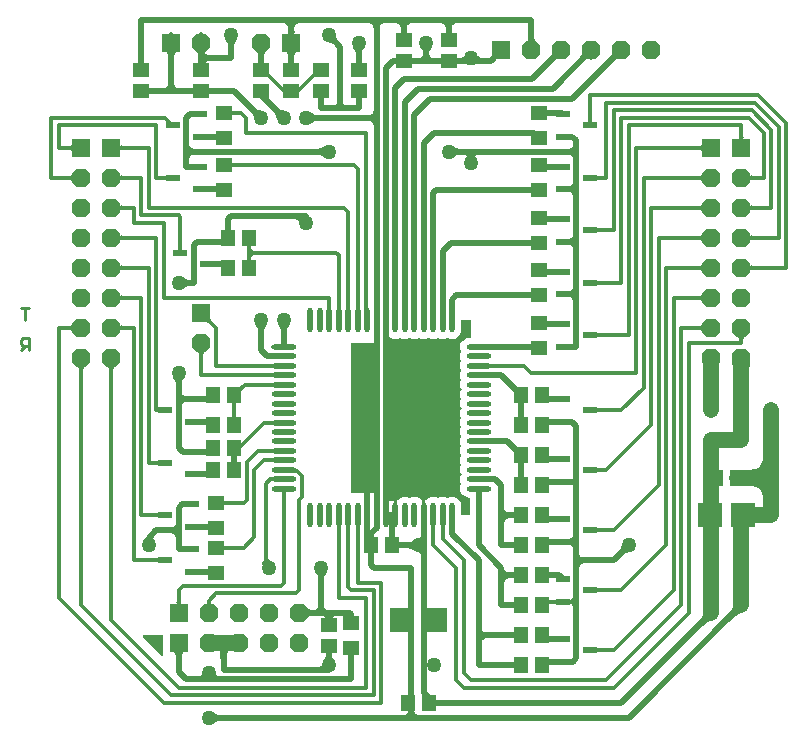
<source format=gtl>
G04 Layer_Physical_Order=1*
G04 Layer_Color=255*
%FSLAX25Y25*%
%MOIN*%
G70*
G01*
G75*
%ADD10R,0.05512X0.04724*%
%ADD11R,0.04528X0.02362*%
%ADD12R,0.04724X0.05512*%
%ADD13O,0.08268X0.01925*%
%ADD14O,0.01925X0.08268*%
%ADD15R,0.08000X0.08000*%
%ADD16C,0.01900*%
%ADD17C,0.01300*%
%ADD18C,0.05200*%
%ADD19C,0.01000*%
%ADD20P,0.06819X8X202.5*%
%ADD21R,0.06300X0.06300*%
%ADD22P,0.06819X8X292.5*%
%ADD23R,0.06300X0.06300*%
%ADD24C,0.05000*%
G36*
X106598Y140553D02*
X106462Y140383D01*
X106342Y140203D01*
X106238Y140014D01*
X106150Y139816D01*
X106078Y139609D01*
X106022Y139392D01*
X105982Y139166D01*
X105958Y138932D01*
X105950Y138688D01*
X104050D01*
X104042Y138932D01*
X104018Y139166D01*
X103978Y139392D01*
X103922Y139609D01*
X103850Y139816D01*
X103762Y140014D01*
X103658Y140203D01*
X103538Y140383D01*
X103402Y140553D01*
X103250Y140715D01*
X106750D01*
X106598Y140553D01*
D02*
G37*
G36*
X105969Y136229D02*
X106026Y135906D01*
X106121Y135621D01*
X106254Y135374D01*
X106425Y135165D01*
X106634Y134994D01*
X106881Y134861D01*
X107166Y134766D01*
X107489Y134709D01*
X107850Y134690D01*
Y132790D01*
X107489Y132771D01*
X107166Y132714D01*
X106881Y132619D01*
X106634Y132486D01*
X106425Y132315D01*
X106254Y132106D01*
X106121Y131859D01*
X106026Y131574D01*
X105969Y131251D01*
X105950Y130890D01*
X104050Y133740D01*
X105950Y136590D01*
X105969Y136229D01*
D02*
G37*
G36*
X124150Y118238D02*
X124197Y118219D01*
X124255Y118203D01*
X124326Y118189D01*
X124408Y118177D01*
X124609Y118160D01*
X125000Y118150D01*
Y116850D01*
X124858Y116849D01*
X124326Y116811D01*
X124255Y116797D01*
X124197Y116780D01*
X124150Y116762D01*
X124115Y116742D01*
Y118259D01*
X124150Y118238D01*
D02*
G37*
G36*
X83676Y144361D02*
X83566Y144322D01*
X83469Y144256D01*
X83384Y144164D01*
X83312Y144046D01*
X83254Y143902D01*
X83209Y143731D01*
X83176Y143534D01*
X83157Y143311D01*
X83150Y143062D01*
X81850D01*
X81844Y143311D01*
X81824Y143534D01*
X81792Y143731D01*
X81746Y143902D01*
X81687Y144046D01*
X81616Y144164D01*
X81532Y144256D01*
X81434Y144322D01*
X81323Y144361D01*
X81200Y144374D01*
X83800D01*
X83676Y144361D01*
D02*
G37*
G36*
X73677D02*
X73566Y144322D01*
X73469Y144256D01*
X73384Y144164D01*
X73312Y144046D01*
X73254Y143902D01*
X73208Y143731D01*
X73176Y143534D01*
X73156Y143311D01*
X73150Y143062D01*
X71850D01*
X71843Y143311D01*
X71824Y143534D01*
X71791Y143731D01*
X71746Y143902D01*
X71688Y144046D01*
X71616Y144164D01*
X71531Y144256D01*
X71434Y144322D01*
X71324Y144361D01*
X71200Y144374D01*
X73800D01*
X73677Y144361D01*
D02*
G37*
G36*
X295536Y145777D02*
X295444Y145529D01*
X295364Y145189D01*
X295294Y144755D01*
X295186Y143607D01*
X295105Y141186D01*
X295100Y140193D01*
X289900D01*
X289895Y141186D01*
X289636Y145189D01*
X289556Y145529D01*
X289464Y145777D01*
X289362Y145931D01*
X295638D01*
X295536Y145777D01*
D02*
G37*
G36*
X105950Y90000D02*
X104050Y87150D01*
X104031Y87511D01*
X103974Y87834D01*
X103879Y88119D01*
X103746Y88366D01*
X103575Y88575D01*
X103366Y88746D01*
X103119Y88879D01*
X102834Y88974D01*
X102511Y89031D01*
X102150Y89050D01*
Y90950D01*
X102511Y90969D01*
X102834Y91026D01*
X103119Y91121D01*
X103366Y91254D01*
X103575Y91425D01*
X103746Y91634D01*
X103879Y91881D01*
X103974Y92166D01*
X104031Y92489D01*
X104050Y92850D01*
X105950Y90000D01*
D02*
G37*
G36*
X97153Y88309D02*
X96974Y88120D01*
X96827Y87938D01*
X96710Y87765D01*
X96623Y87600D01*
X96568Y87444D01*
X96543Y87296D01*
X96548Y87156D01*
X96585Y87024D01*
X96652Y86901D01*
X96750Y86785D01*
X93521Y87016D01*
X95389Y89232D01*
X97153Y88309D01*
D02*
G37*
G36*
X187623Y88358D02*
X187457Y85461D01*
X184895Y87498D01*
X185052Y87518D01*
X185193Y87565D01*
X185317Y87638D01*
X185425Y87738D01*
X185516Y87864D01*
X185591Y88017D01*
X185649Y88196D01*
X185690Y88402D01*
X185715Y88634D01*
X185723Y88893D01*
X187623Y88358D01*
D02*
G37*
G36*
X305100Y107500D02*
Y102300D01*
X299900Y99700D01*
Y99700D01*
X299848Y100688D01*
X299692Y101572D01*
X299432Y102352D01*
X299068Y103028D01*
X298600Y103600D01*
X298028Y104068D01*
X297352Y104432D01*
X296572Y104692D01*
X295688Y104848D01*
X294700Y104900D01*
Y110100D01*
X295688Y110152D01*
X296572Y110308D01*
X296832Y110395D01*
X297352Y110568D01*
X298028Y110932D01*
X298600Y111400D01*
X299068Y111972D01*
X299432Y112648D01*
X299692Y113428D01*
X299848Y114312D01*
X299900Y115300D01*
X299900Y115300D01*
Y115300D01*
X305100Y107500D01*
D02*
G37*
G36*
X170925Y102500D02*
X162500D01*
Y152500D01*
X170925D01*
Y102500D01*
D02*
G37*
G36*
X213469Y97489D02*
X213526Y97166D01*
X213621Y96881D01*
X213754Y96634D01*
X213925Y96425D01*
X214134Y96254D01*
X214381Y96121D01*
X214666Y96026D01*
X214989Y95969D01*
X215350Y95950D01*
Y94050D01*
X215350D01*
Y94050D01*
X214989Y94031D01*
X214666Y93974D01*
X214381Y93879D01*
X214134Y93746D01*
X213925Y93575D01*
X213754Y93366D01*
X213621Y93119D01*
X213526Y92834D01*
X213469Y92511D01*
X213450Y92150D01*
X213450Y92150D01*
Y92150D01*
X211550Y95000D01*
X213450Y97850D01*
Y97850D01*
X213450Y97850D01*
X213469Y97489D01*
D02*
G37*
G36*
X279374Y156200D02*
X279361Y156324D01*
X279322Y156434D01*
X279256Y156532D01*
X279164Y156616D01*
X279046Y156687D01*
X278902Y156746D01*
X278731Y156791D01*
X278534Y156824D01*
X278311Y156843D01*
X278062Y156850D01*
Y158150D01*
X278311Y158157D01*
X278534Y158176D01*
X278731Y158209D01*
X278902Y158254D01*
X279046Y158312D01*
X279164Y158384D01*
X279256Y158468D01*
X279322Y158566D01*
X279361Y158677D01*
X279374Y158800D01*
Y156200D01*
D02*
G37*
G36*
X85651Y158677D02*
X85690Y158566D01*
X85755Y158468D01*
X85846Y158384D01*
X85963Y158312D01*
X86106Y158254D01*
X86275Y158209D01*
X86470Y158176D01*
X86691Y158157D01*
X86938Y158150D01*
Y156850D01*
X86691Y156843D01*
X86470Y156824D01*
X86275Y156791D01*
X86106Y156746D01*
X85963Y156687D01*
X85846Y156616D01*
X85755Y156532D01*
X85690Y156434D01*
X85651Y156324D01*
X85638Y156200D01*
Y158800D01*
X85651Y158677D01*
D02*
G37*
G36*
X69374Y156200D02*
X69361Y156324D01*
X69322Y156434D01*
X69256Y156532D01*
X69164Y156616D01*
X69046Y156687D01*
X68902Y156746D01*
X68731Y156791D01*
X68534Y156824D01*
X68311Y156843D01*
X68062Y156850D01*
Y158150D01*
X68311Y158157D01*
X68534Y158176D01*
X68731Y158209D01*
X68902Y158254D01*
X69046Y158312D01*
X69164Y158384D01*
X69256Y158468D01*
X69322Y158566D01*
X69361Y158677D01*
X69374Y158800D01*
Y156200D01*
D02*
G37*
G36*
X85651Y168676D02*
X85690Y168566D01*
X85755Y168468D01*
X85846Y168384D01*
X85963Y168313D01*
X86106Y168254D01*
X86275Y168209D01*
X86470Y168176D01*
X86691Y168157D01*
X86938Y168150D01*
Y166850D01*
X86691Y166843D01*
X86470Y166824D01*
X86275Y166791D01*
X86106Y166746D01*
X85963Y166688D01*
X85846Y166616D01*
X85755Y166532D01*
X85690Y166434D01*
X85651Y166323D01*
X85638Y166200D01*
Y168800D01*
X85651Y168676D01*
D02*
G37*
G36*
X238450Y168760D02*
X236550Y165910D01*
X236531Y166271D01*
X236474Y166594D01*
X236379Y166879D01*
X236246Y167126D01*
X236075Y167335D01*
X235866Y167506D01*
X235619Y167639D01*
X235334Y167734D01*
X235011Y167791D01*
X234650Y167810D01*
Y169710D01*
X235011Y169729D01*
X235334Y169786D01*
X235619Y169881D01*
X235866Y170014D01*
X236075Y170185D01*
X236246Y170394D01*
X236379Y170641D01*
X236474Y170926D01*
X236531Y171249D01*
X236550Y171610D01*
X238450Y168760D01*
D02*
G37*
G36*
X115565Y161099D02*
X115528Y160980D01*
Y160842D01*
X115565Y160686D01*
X115638Y160511D01*
X115748Y160318D01*
X115895Y160107D01*
X116079Y159877D01*
X116557Y159362D01*
X115638Y158443D01*
X115371Y158700D01*
X114893Y159105D01*
X114682Y159252D01*
X114489Y159362D01*
X114314Y159435D01*
X114158Y159472D01*
X114020D01*
X113901Y159435D01*
X113800Y159362D01*
X115638Y161200D01*
X115565Y161099D01*
D02*
G37*
G36*
X293676Y154361D02*
X293566Y154322D01*
X293468Y154256D01*
X293384Y154164D01*
X293313Y154046D01*
X293254Y153902D01*
X293209Y153731D01*
X293176Y153534D01*
X293157Y153311D01*
X293150Y153062D01*
X291850D01*
X291844Y153311D01*
X291824Y153534D01*
X291792Y153731D01*
X291746Y153902D01*
X291687Y154046D01*
X291616Y154164D01*
X291531Y154256D01*
X291434Y154322D01*
X291323Y154361D01*
X291200Y154374D01*
X293800D01*
X293676Y154361D01*
D02*
G37*
G36*
X139348Y150450D02*
X139325Y150454D01*
X139264Y150458D01*
X137788Y150472D01*
X137427Y150472D01*
Y151772D01*
X139348Y151794D01*
Y150450D01*
D02*
G37*
G36*
X113677Y149361D02*
X113566Y149321D01*
X113469Y149256D01*
X113384Y149164D01*
X113312Y149046D01*
X113254Y148902D01*
X113208Y148731D01*
X113176Y148534D01*
X113156Y148311D01*
X113150Y148062D01*
X111850D01*
X111844Y148311D01*
X111824Y148534D01*
X111792Y148731D01*
X111746Y148902D01*
X111688Y149046D01*
X111616Y149164D01*
X111531Y149256D01*
X111434Y149321D01*
X111323Y149361D01*
X111200Y149374D01*
X113800D01*
X113677Y149361D01*
D02*
G37*
G36*
X134098Y158053D02*
X133962Y157883D01*
X133842Y157703D01*
X133738Y157514D01*
X133650Y157316D01*
X133578Y157108D01*
X133522Y156892D01*
X133482Y156666D01*
X133458Y156431D01*
X133450Y156187D01*
X131550D01*
X131542Y156431D01*
X131518Y156666D01*
X131478Y156892D01*
X131422Y157108D01*
X131350Y157316D01*
X131262Y157514D01*
X131158Y157703D01*
X131038Y157883D01*
X130902Y158053D01*
X130750Y158215D01*
X134250D01*
X134098Y158053D01*
D02*
G37*
G36*
X141613Y158066D02*
X141478Y157894D01*
X141359Y157713D01*
X141256Y157524D01*
X141168Y157325D01*
X141097Y157117D01*
X141041Y156900D01*
X141001Y156674D01*
X140978Y156440D01*
X140970Y156196D01*
X139070Y156179D01*
X139062Y156424D01*
X139038Y156658D01*
X138997Y156884D01*
X138941Y157100D01*
X138868Y157307D01*
X138780Y157504D01*
X138675Y157693D01*
X138554Y157871D01*
X138417Y158041D01*
X138264Y158201D01*
X141764Y158229D01*
X141613Y158066D01*
D02*
G37*
G36*
X202500Y154110D02*
X201809D01*
X201036Y154008D01*
X200315Y153710D01*
X199696Y153235D01*
X199221Y152616D01*
X198923Y151895D01*
X198821Y151122D01*
X198923Y150349D01*
X199221Y149628D01*
X199283Y149547D01*
X199221Y149467D01*
X198923Y148746D01*
X198821Y147972D01*
X198923Y147199D01*
X199221Y146478D01*
X199283Y146398D01*
X199221Y146317D01*
X198923Y145596D01*
X198821Y144823D01*
X198923Y144049D01*
X199221Y143329D01*
X199283Y143248D01*
X199221Y143167D01*
X198923Y142447D01*
X198821Y141673D01*
X198923Y140900D01*
X199221Y140179D01*
X199283Y140098D01*
X199221Y140018D01*
X198923Y139297D01*
X198821Y138524D01*
X198923Y137750D01*
X199221Y137030D01*
X199283Y136949D01*
X199221Y136868D01*
X198923Y136147D01*
X198821Y135374D01*
X198923Y134601D01*
X199221Y133880D01*
X199283Y133799D01*
X199221Y133719D01*
X198923Y132998D01*
X198821Y132224D01*
X198923Y131451D01*
X199221Y130730D01*
X199283Y130650D01*
X199221Y130569D01*
X198923Y129848D01*
X198821Y129075D01*
X198923Y128301D01*
X199221Y127581D01*
X199283Y127500D01*
X199221Y127419D01*
X198923Y126699D01*
X198821Y125925D01*
X198923Y125152D01*
X199221Y124431D01*
X199283Y124350D01*
X199221Y124270D01*
X198923Y123549D01*
X198821Y122776D01*
X198923Y122002D01*
X199221Y121282D01*
X199283Y121201D01*
X199221Y121120D01*
X198923Y120399D01*
X198821Y119626D01*
X198923Y118853D01*
X199221Y118132D01*
X199283Y118051D01*
X199221Y117971D01*
X198923Y117250D01*
X198821Y116476D01*
X198923Y115703D01*
X199221Y114982D01*
X199283Y114902D01*
X199221Y114821D01*
X198923Y114100D01*
X198821Y113327D01*
X198923Y112553D01*
X199221Y111833D01*
X199283Y111752D01*
X199221Y111671D01*
X198923Y110951D01*
X198821Y110177D01*
X198923Y109404D01*
X199221Y108683D01*
X199283Y108602D01*
X199221Y108522D01*
X198923Y107801D01*
X198821Y107028D01*
X198923Y106254D01*
X199221Y105534D01*
X199283Y105453D01*
X199221Y105372D01*
X198923Y104651D01*
X198821Y103878D01*
X198923Y103105D01*
X199221Y102384D01*
X199696Y101765D01*
X200315Y101290D01*
X201036Y100992D01*
X201809Y100890D01*
X202005D01*
Y95000D01*
X199110D01*
Y98191D01*
X199008Y98964D01*
X198710Y99685D01*
X198235Y100304D01*
X197616Y100779D01*
X196895Y101077D01*
X196122Y101179D01*
X195349Y101077D01*
X194628Y100779D01*
X194547Y100717D01*
X194466Y100779D01*
X193746Y101077D01*
X192972Y101179D01*
X192199Y101077D01*
X191478Y100779D01*
X191398Y100717D01*
X191317Y100779D01*
X190596Y101077D01*
X189823Y101179D01*
X189049Y101077D01*
X188329Y100779D01*
X187710Y100304D01*
X187484Y100010D01*
X187439Y100040D01*
X187173Y100092D01*
Y99536D01*
X186936Y98964D01*
X186835Y98191D01*
Y95020D01*
X186512D01*
Y98191D01*
X186410Y98964D01*
X186173Y99536D01*
Y100092D01*
X185907Y100040D01*
X185862Y100010D01*
X185637Y100304D01*
X185018Y100779D01*
X184297Y101077D01*
X183524Y101179D01*
X182750Y101077D01*
X182029Y100779D01*
X181949Y100717D01*
X181868Y100779D01*
X181147Y101077D01*
X180374Y101179D01*
X179601Y101077D01*
X178880Y100779D01*
X178261Y100304D01*
X178035Y100010D01*
X177990Y100040D01*
X177724Y100092D01*
Y99536D01*
X177488Y98964D01*
X177386Y98191D01*
Y95020D01*
X176724D01*
Y100092D01*
X176459Y100040D01*
X176004Y99736D01*
X175650Y99646D01*
X175295Y99736D01*
X174841Y100040D01*
X174075Y100192D01*
X173901Y100335D01*
Y154665D01*
X174075Y154808D01*
X174841Y154960D01*
X174886Y154990D01*
X175111Y154696D01*
X175730Y154221D01*
X176451Y153923D01*
X177224Y153821D01*
X177998Y153923D01*
X178718Y154221D01*
X178799Y154283D01*
X178880Y154221D01*
X179601Y153923D01*
X180374Y153821D01*
X181147Y153923D01*
X181868Y154221D01*
X181949Y154283D01*
X182029Y154221D01*
X182750Y153923D01*
X183524Y153821D01*
X184297Y153923D01*
X185018Y154221D01*
X185098Y154283D01*
X185179Y154221D01*
X185900Y153923D01*
X186673Y153821D01*
X187447Y153923D01*
X188167Y154221D01*
X188248Y154283D01*
X188329Y154221D01*
X189049Y153923D01*
X189823Y153821D01*
X190596Y153923D01*
X191317Y154221D01*
X191398Y154283D01*
X191478Y154221D01*
X192199Y153923D01*
X192972Y153821D01*
X193746Y153923D01*
X194466Y154221D01*
X194547Y154283D01*
X194628Y154221D01*
X195349Y153923D01*
X196122Y153821D01*
X196895Y153923D01*
X197616Y154221D01*
X198235Y154696D01*
X198710Y155315D01*
X199008Y156036D01*
X199110Y156809D01*
Y160000D01*
X202500D01*
Y154110D01*
D02*
G37*
G36*
X227433Y85319D02*
X227392Y85307D01*
X227339Y85280D01*
X227275Y85238D01*
X227200Y85183D01*
X227014Y85027D01*
X226648Y84684D01*
X226503Y84540D01*
X225584Y85460D01*
X225727Y85605D01*
X226282Y86232D01*
X226323Y86296D01*
X226350Y86348D01*
X226362Y86389D01*
X227433Y85319D01*
D02*
G37*
G36*
X99850Y48303D02*
X99388Y48112D01*
X92962Y54538D01*
X93153Y55000D01*
X99850D01*
Y48303D01*
D02*
G37*
G36*
X106720Y49343D02*
X106558Y49286D01*
X106415Y49191D01*
X106292Y49058D01*
X106187Y48887D01*
X106102Y48678D01*
X106035Y48431D01*
X105988Y48146D01*
X105959Y47823D01*
X105950Y47462D01*
X104050D01*
X104041Y47823D01*
X104012Y48146D01*
X103964Y48431D01*
X103898Y48678D01*
X103813Y48887D01*
X103708Y49058D01*
X103585Y49191D01*
X103442Y49286D01*
X103280Y49343D01*
X103100Y49362D01*
X106900D01*
X106720Y49343D01*
D02*
G37*
G36*
X155950Y48812D02*
X155958Y48568D01*
X155982Y48334D01*
X156022Y48108D01*
X156078Y47892D01*
X156150Y47684D01*
X156238Y47486D01*
X156342Y47297D01*
X156462Y47117D01*
X156598Y46947D01*
X156750Y46785D01*
X153250Y46785D01*
X153402Y46947D01*
X153538Y47117D01*
X153658Y47297D01*
X153762Y47486D01*
X153850Y47684D01*
X153922Y47892D01*
X153978Y48108D01*
X154018Y48334D01*
X154042Y48568D01*
X154050Y48812D01*
X155950Y48812D01*
D02*
G37*
G36*
X292502Y62400D02*
X292228Y62365D01*
X291910Y62261D01*
X291548Y62088D01*
X291142Y61846D01*
X290693Y61535D01*
X289661Y60704D01*
X288453Y59597D01*
X287783Y58940D01*
X286440Y60283D01*
X287097Y60953D01*
X289035Y63193D01*
X289346Y63642D01*
X289588Y64048D01*
X289761Y64410D01*
X289865Y64728D01*
X289900Y65002D01*
X292502Y62400D01*
D02*
G37*
G36*
X205969Y57489D02*
X206026Y57166D01*
X206121Y56881D01*
X206254Y56634D01*
X206425Y56425D01*
X206634Y56254D01*
X206881Y56121D01*
X207166Y56026D01*
X207489Y55969D01*
X207850Y55950D01*
Y54050D01*
X207850D01*
Y54050D01*
X207489Y54031D01*
X207166Y53974D01*
X206881Y53879D01*
X206634Y53746D01*
X206425Y53575D01*
X206254Y53366D01*
X206121Y53119D01*
X206026Y52834D01*
X205969Y52511D01*
X205950Y52150D01*
X205950Y52150D01*
Y52150D01*
X204050Y55000D01*
X205950Y57850D01*
Y57850D01*
X205950Y57850D01*
X205969Y57489D01*
D02*
G37*
G36*
X282502Y59900D02*
X282228Y59865D01*
X281910Y59761D01*
X281548Y59588D01*
X281142Y59346D01*
X280693Y59035D01*
X279661Y58204D01*
X278453Y57097D01*
X277783Y56440D01*
X276440Y57783D01*
X277097Y58453D01*
X279035Y60693D01*
X279346Y61142D01*
X279588Y61548D01*
X279761Y61910D01*
X279865Y62228D01*
X279900Y62502D01*
X282502Y59900D01*
D02*
G37*
G36*
X114925Y40001D02*
X115000Y39983D01*
X112313Y39350D01*
X111335Y41250D01*
X112612Y41760D01*
X114925Y40001D01*
D02*
G37*
G36*
X183469Y29989D02*
X183526Y29666D01*
X183621Y29381D01*
X183754Y29134D01*
X183925Y28925D01*
X184134Y28754D01*
X184381Y28621D01*
X184666Y28526D01*
X184989Y28469D01*
X185350Y28450D01*
X182500Y26550D01*
X179650Y28450D01*
X180011Y28469D01*
X180334Y28526D01*
X180619Y28621D01*
X180866Y28754D01*
X181075Y28925D01*
X181246Y29134D01*
X181379Y29381D01*
X181474Y29666D01*
X181531Y29989D01*
X181550Y30350D01*
X183450D01*
X183469Y29989D01*
D02*
G37*
G36*
X116947Y29098D02*
X117117Y28962D01*
X117297Y28842D01*
X117486Y28738D01*
X117684Y28650D01*
X117892Y28578D01*
X118108Y28522D01*
X118334Y28482D01*
X118569Y28458D01*
X118813Y28450D01*
Y26550D01*
X118569Y26542D01*
X118334Y26518D01*
X118108Y26478D01*
X117892Y26422D01*
X117684Y26350D01*
X117486Y26262D01*
X117297Y26158D01*
X117117Y26038D01*
X116947Y25902D01*
X116785Y25750D01*
Y29250D01*
X116947Y29098D01*
D02*
G37*
G36*
X121671Y50445D02*
X121519Y50146D01*
X121386Y49768D01*
X121270Y49310D01*
X121172Y48772D01*
X121030Y47455D01*
X120959Y45818D01*
X120950Y44880D01*
X119050D01*
X119041Y45818D01*
X118828Y48772D01*
X118730Y49310D01*
X118614Y49768D01*
X118481Y50146D01*
X118329Y50445D01*
X118160Y50663D01*
X121840D01*
X121671Y50445D01*
D02*
G37*
G36*
X154480Y42555D02*
X151579Y42450D01*
X151086Y44350D01*
X151344Y44359D01*
X151576Y44384D01*
X151782Y44427D01*
X151963Y44486D01*
X152118Y44563D01*
X152248Y44657D01*
X152351Y44767D01*
X152429Y44895D01*
X152481Y45040D01*
X152508Y45202D01*
X154480Y42555D01*
D02*
G37*
G36*
X118665Y41250D02*
X117687Y39350D01*
X115000Y39983D01*
X115075Y40001D01*
X117388Y41760D01*
X118665Y41250D01*
D02*
G37*
G36*
X187623Y81643D02*
X185723Y81107D01*
X185715Y81366D01*
X185690Y81598D01*
X185649Y81804D01*
X185591Y81983D01*
X185516Y82136D01*
X185425Y82262D01*
X185317Y82362D01*
X185193Y82435D01*
X185052Y82482D01*
X184895Y82502D01*
X187457Y84539D01*
X187623Y81643D01*
D02*
G37*
G36*
X134698Y81254D02*
X134735Y81042D01*
X134798Y80842D01*
X134884Y80656D01*
X134996Y80484D01*
X135132Y80325D01*
X135293Y80179D01*
X135480Y80047D01*
X135690Y79928D01*
X135926Y79822D01*
X132697Y78472D01*
X132828Y78790D01*
X133214Y79897D01*
X133276Y80133D01*
X133358Y80554D01*
X133379Y80740D01*
X133386Y80909D01*
X134686Y81480D01*
X134698Y81254D01*
D02*
G37*
G36*
X238454Y82489D02*
X238511Y82166D01*
X238606Y81881D01*
X238739Y81634D01*
X238910Y81425D01*
X239119Y81254D01*
X239366Y81121D01*
X239651Y81026D01*
X239974Y80969D01*
X240335Y80950D01*
Y79050D01*
X239974Y79031D01*
X239651Y78974D01*
X239366Y78879D01*
X239119Y78746D01*
X238910Y78575D01*
X238739Y78366D01*
X238606Y78119D01*
X238511Y77834D01*
X238454Y77511D01*
X238435Y77150D01*
X236535Y80000D01*
X238435Y82850D01*
X238454Y82489D01*
D02*
G37*
G36*
X238435Y86260D02*
X236535Y83410D01*
X236516Y83771D01*
X236459Y84094D01*
X236364Y84379D01*
X236231Y84626D01*
X236060Y84835D01*
X235851Y85006D01*
X235604Y85139D01*
X235319Y85234D01*
X234996Y85291D01*
X234635Y85310D01*
Y87210D01*
X234996Y87229D01*
X235319Y87286D01*
X235604Y87381D01*
X235851Y87514D01*
X236060Y87685D01*
X236231Y87894D01*
X236364Y88141D01*
X236459Y88426D01*
X236516Y88749D01*
X236535Y89110D01*
X238435Y86260D01*
D02*
G37*
G36*
X183215Y83250D02*
X183053Y83402D01*
X182883Y83538D01*
X182703Y83658D01*
X182514Y83762D01*
X182316Y83850D01*
X182108Y83922D01*
X181892Y83978D01*
X181666Y84018D01*
X181431Y84042D01*
X181187Y84050D01*
X181187Y85950D01*
X181431Y85958D01*
X181666Y85982D01*
X181892Y86022D01*
X182108Y86078D01*
X182316Y86150D01*
X182514Y86238D01*
X182703Y86342D01*
X182883Y86462D01*
X183053Y86598D01*
X183215Y86750D01*
X183215Y83250D01*
D02*
G37*
G36*
X254975Y82500D02*
X254753Y82494D01*
X254537Y82469D01*
X254325Y82427D01*
X254117Y82367D01*
X253915Y82289D01*
X253718Y82193D01*
X253525Y82080D01*
X253337Y81948D01*
X253154Y81799D01*
X252976Y81632D01*
X251632Y82976D01*
X251799Y83154D01*
X251948Y83337D01*
X252080Y83525D01*
X252193Y83718D01*
X252289Y83915D01*
X252367Y84118D01*
X252427Y84325D01*
X252469Y84537D01*
X252494Y84753D01*
X252500Y84975D01*
X254975Y82500D01*
D02*
G37*
G36*
X105657Y66689D02*
X105676Y66466D01*
X105709Y66269D01*
X105754Y66098D01*
X105813Y65954D01*
X105884Y65836D01*
X105968Y65744D01*
X106066Y65679D01*
X106176Y65639D01*
X106300Y65626D01*
X103700D01*
X103823Y65639D01*
X103934Y65679D01*
X104032Y65744D01*
X104116Y65836D01*
X104188Y65954D01*
X104246Y66098D01*
X104291Y66269D01*
X104324Y66466D01*
X104343Y66689D01*
X104350Y66938D01*
X105650D01*
X105657Y66689D01*
D02*
G37*
G36*
X238435Y66260D02*
X236535Y63710D01*
X236522Y64071D01*
X236483Y64394D01*
X236418Y64679D01*
X236327Y64926D01*
X236210Y65135D01*
X236067Y65306D01*
X235898Y65439D01*
X235703Y65534D01*
X235482Y65591D01*
X235237Y65610D01*
X234892Y65610D01*
Y66910D01*
X235295Y66914D01*
X235482Y66929D01*
X235703Y66986D01*
X235898Y67081D01*
X236067Y67214D01*
X236210Y67385D01*
X236327Y67594D01*
X236418Y67841D01*
X236483Y68126D01*
X236522Y68449D01*
X236535Y68810D01*
X238435Y66260D01*
D02*
G37*
G36*
X153465Y64989D02*
X153512Y64666D01*
X153589Y64381D01*
X153698Y64134D01*
X153838Y63925D01*
X154008Y63754D01*
X154209Y63621D01*
X154442Y63526D01*
X154706Y63469D01*
X155000Y63450D01*
X157850Y61550D01*
X157489Y61531D01*
X157166Y61474D01*
X156881Y61379D01*
X156634Y61246D01*
X156425Y61075D01*
X156254Y60866D01*
X156121Y60619D01*
X156026Y60334D01*
X155969Y60011D01*
X155950Y59650D01*
X154050D01*
X154034Y60011D01*
X153988Y60334D01*
X153911Y60619D01*
X153802Y60866D01*
X153663Y61075D01*
X153492Y61246D01*
X153290Y61379D01*
X153058Y61474D01*
X152795Y61531D01*
X152500Y61550D01*
X150038Y63191D01*
Y61550D01*
X149614Y61541D01*
X149235Y61512D01*
X148900Y61465D01*
X148610Y61398D01*
X148365Y61313D01*
X148164Y61208D01*
X148008Y61085D01*
X147896Y60942D01*
X147829Y60781D01*
X147807Y60600D01*
Y64400D01*
X147829Y64219D01*
X147896Y64058D01*
X148008Y63915D01*
X148164Y63792D01*
X148365Y63687D01*
X148610Y63602D01*
X148900Y63535D01*
X149235Y63488D01*
X149614Y63459D01*
X149766Y63456D01*
X150011Y63469D01*
X150334Y63526D01*
X150619Y63621D01*
X150866Y63754D01*
X151075Y63925D01*
X151246Y64134D01*
X151379Y64381D01*
X151474Y64666D01*
X151531Y64989D01*
X151550Y65350D01*
X153450D01*
X153465Y64989D01*
D02*
G37*
G36*
X154098Y75553D02*
X153962Y75383D01*
X153842Y75203D01*
X153738Y75014D01*
X153650Y74816D01*
X153578Y74608D01*
X153522Y74392D01*
X153482Y74166D01*
X153458Y73931D01*
X153450Y73687D01*
X151550D01*
X151542Y73931D01*
X151518Y74166D01*
X151478Y74392D01*
X151422Y74608D01*
X151350Y74816D01*
X151262Y75014D01*
X151158Y75203D01*
X151038Y75383D01*
X150902Y75553D01*
X150750Y75715D01*
X154250D01*
X154098Y75553D01*
D02*
G37*
G36*
X213469Y77205D02*
X213526Y76942D01*
X213621Y76710D01*
X213754Y76508D01*
X213925Y76337D01*
X214134Y76198D01*
X214381Y76090D01*
X214666Y76012D01*
X214989Y75965D01*
X215350Y75950D01*
Y74050D01*
X214989Y74031D01*
X214666Y73974D01*
X214381Y73879D01*
X214134Y73746D01*
X213925Y73575D01*
X213754Y73366D01*
X213621Y73119D01*
X213526Y72834D01*
X213469Y72511D01*
X213450Y72150D01*
X211550Y75000D01*
X213450Y77500D01*
X213469Y77205D01*
D02*
G37*
G36*
X115653Y66379D02*
X115674Y66082D01*
X115693Y65961D01*
X115717Y65858D01*
X115746Y65775D01*
X115781Y65710D01*
X115821Y65663D01*
X115867Y65635D01*
X115918Y65626D01*
X114083D01*
X114133Y65635D01*
X114179Y65663D01*
X114219Y65710D01*
X114254Y65775D01*
X114283Y65858D01*
X114307Y65961D01*
X114326Y66082D01*
X114339Y66221D01*
X114350Y66556D01*
X115650D01*
X115653Y66379D01*
D02*
G37*
G36*
X103469Y238946D02*
X103526Y238623D01*
X103621Y238338D01*
X103754Y238091D01*
X103925Y237882D01*
X104134Y237711D01*
X104381Y237578D01*
X104666Y237483D01*
X104989Y237426D01*
X105350Y237407D01*
X102500Y235507D01*
X99650Y237407D01*
X100011Y237426D01*
X100334Y237483D01*
X100619Y237578D01*
X100866Y237711D01*
X101075Y237882D01*
X101246Y238091D01*
X101379Y238338D01*
X101474Y238623D01*
X101531Y238946D01*
X101550Y239307D01*
X103450D01*
X103469Y238946D01*
D02*
G37*
G36*
X159719Y233089D02*
X159776Y232766D01*
X159871Y232481D01*
X160004Y232234D01*
X160175Y232025D01*
X160384Y231854D01*
X160631Y231721D01*
X160916Y231626D01*
X161239Y231569D01*
X161600Y231550D01*
X158750Y229650D01*
X155900Y231550D01*
X156261Y231569D01*
X156584Y231626D01*
X156869Y231721D01*
X157116Y231854D01*
X157325Y232025D01*
X157496Y232234D01*
X157629Y232481D01*
X157724Y232766D01*
X157781Y233089D01*
X157800Y233450D01*
X159700D01*
X159719Y233089D01*
D02*
G37*
G36*
X138154Y230701D02*
X138337Y230552D01*
X138525Y230420D01*
X138718Y230307D01*
X138915Y230211D01*
X139118Y230133D01*
X139325Y230073D01*
X139537Y230031D01*
X139753Y230007D01*
X139975Y230000D01*
X137500Y227525D01*
X137494Y227747D01*
X137469Y227963D01*
X137427Y228175D01*
X137367Y228382D01*
X137289Y228585D01*
X137193Y228782D01*
X137080Y228975D01*
X136948Y229163D01*
X136799Y229346D01*
X136632Y229524D01*
X137976Y230868D01*
X138154Y230701D01*
D02*
G37*
G36*
X204930Y248167D02*
X205027Y248007D01*
X205142Y247867D01*
X205278Y247745D01*
X205433Y247641D01*
X205607Y247557D01*
X205801Y247491D01*
X206014Y247444D01*
X206246Y247416D01*
X206498Y247407D01*
X205509Y245507D01*
X205263Y245503D01*
X204575Y245453D01*
X204362Y245424D01*
X203959Y245344D01*
X203770Y245294D01*
X203416Y245174D01*
X204853Y248345D01*
X204930Y248167D01*
D02*
G37*
G36*
X201584Y245174D02*
X201411Y245237D01*
X201041Y245344D01*
X200843Y245387D01*
X200425Y245453D01*
X200203Y245477D01*
X199491Y245507D01*
X198502Y247407D01*
X198754Y247416D01*
X198986Y247444D01*
X199199Y247491D01*
X199393Y247557D01*
X199567Y247641D01*
X199722Y247745D01*
X199857Y247867D01*
X199973Y248007D01*
X200070Y248167D01*
X200147Y248345D01*
X201584Y245174D01*
D02*
G37*
G36*
X113469Y249989D02*
X113526Y249666D01*
X113527Y249663D01*
X114354D01*
X114182Y249642D01*
X114028Y249577D01*
X113893Y249469D01*
X113775Y249317D01*
X113717Y249203D01*
X113754Y249134D01*
X113925Y248925D01*
X114134Y248754D01*
X114381Y248621D01*
X114666Y248526D01*
X114989Y248469D01*
X115350Y248450D01*
Y246550D01*
X114989Y246531D01*
X114666Y246474D01*
X114381Y246379D01*
X114134Y246246D01*
X113925Y246075D01*
X113754Y245866D01*
X113621Y245619D01*
X113526Y245334D01*
X113469Y245011D01*
X113450Y244650D01*
X111550Y247500D01*
X111541Y247911D01*
X111469Y248603D01*
X111405Y248885D01*
X111324Y249123D01*
X111225Y249317D01*
X111107Y249469D01*
X110972Y249577D01*
X110818Y249642D01*
X110646Y249663D01*
X112992Y249663D01*
X113450Y250350D01*
X113469Y249989D01*
D02*
G37*
G36*
X293157Y221689D02*
X293176Y221466D01*
X293209Y221269D01*
X293254Y221098D01*
X293313Y220954D01*
X293384Y220836D01*
X293468Y220744D01*
X293566Y220678D01*
X293676Y220639D01*
X293800Y220626D01*
X291200D01*
X291323Y220639D01*
X291434Y220678D01*
X291531Y220744D01*
X291616Y220836D01*
X291687Y220954D01*
X291746Y221098D01*
X291792Y221269D01*
X291824Y221466D01*
X291844Y221689D01*
X291850Y221938D01*
X293150D01*
X293157Y221689D01*
D02*
G37*
G36*
X279374Y216200D02*
X279361Y216323D01*
X279322Y216434D01*
X279256Y216531D01*
X279164Y216616D01*
X279046Y216687D01*
X278902Y216746D01*
X278731Y216792D01*
X278534Y216824D01*
X278311Y216844D01*
X278062Y216850D01*
Y218150D01*
X278311Y218157D01*
X278534Y218176D01*
X278731Y218209D01*
X278902Y218254D01*
X279046Y218313D01*
X279164Y218384D01*
X279256Y218468D01*
X279322Y218566D01*
X279361Y218676D01*
X279374Y218800D01*
Y216200D01*
D02*
G37*
G36*
X85639Y218676D02*
X85678Y218566D01*
X85744Y218468D01*
X85836Y218384D01*
X85954Y218313D01*
X86098Y218254D01*
X86269Y218209D01*
X86466Y218176D01*
X86689Y218157D01*
X86938Y218150D01*
Y216850D01*
X86689Y216844D01*
X86466Y216824D01*
X86269Y216792D01*
X86098Y216746D01*
X85954Y216687D01*
X85836Y216616D01*
X85744Y216531D01*
X85678Y216434D01*
X85639Y216323D01*
X85626Y216200D01*
Y218800D01*
X85639Y218676D01*
D02*
G37*
G36*
X130654Y230701D02*
X130837Y230552D01*
X131025Y230420D01*
X131218Y230307D01*
X131415Y230211D01*
X131617Y230133D01*
X131825Y230073D01*
X132037Y230031D01*
X132253Y230007D01*
X132475Y230000D01*
X130000Y227525D01*
X129993Y227747D01*
X129969Y227963D01*
X129927Y228175D01*
X129867Y228382D01*
X129789Y228585D01*
X129693Y228782D01*
X129580Y228975D01*
X129448Y229163D01*
X129299Y229346D01*
X129132Y229524D01*
X130476Y230868D01*
X130654Y230701D01*
D02*
G37*
G36*
X149447Y229098D02*
X149617Y228962D01*
X149797Y228842D01*
X149986Y228738D01*
X150184Y228650D01*
X150391Y228578D01*
X150608Y228522D01*
X150834Y228482D01*
X151068Y228458D01*
X151312Y228450D01*
Y226550D01*
X151068Y226542D01*
X150834Y226518D01*
X150608Y226478D01*
X150391Y226422D01*
X150184Y226350D01*
X149986Y226262D01*
X149797Y226158D01*
X149617Y226038D01*
X149447Y225902D01*
X149285Y225750D01*
Y229250D01*
X149447Y229098D01*
D02*
G37*
G36*
X171875Y227500D02*
X169975Y224650D01*
X169956Y225011D01*
X169899Y225334D01*
X169804Y225619D01*
X169671Y225866D01*
X169500Y226075D01*
X169291Y226246D01*
X169044Y226379D01*
X168759Y226474D01*
X168436Y226531D01*
X168075Y226550D01*
Y228450D01*
X168436Y228469D01*
X168759Y228526D01*
X169044Y228621D01*
X169291Y228754D01*
X169500Y228925D01*
X169671Y229134D01*
X169804Y229381D01*
X169899Y229666D01*
X169956Y229989D01*
X169975Y230350D01*
X171875Y227500D01*
D02*
G37*
G36*
X145350Y259050D02*
X145350D01*
X145350Y259050D01*
X144989Y259031D01*
X144666Y258974D01*
X144381Y258879D01*
X144134Y258746D01*
X143925Y258575D01*
X143754Y258366D01*
X143621Y258119D01*
X143526Y257834D01*
X143469Y257511D01*
X143457Y257279D01*
X143459Y257175D01*
X143488Y256850D01*
X143535Y256563D01*
X143602Y256314D01*
X143687Y256104D01*
X143792Y255932D01*
X143915Y255798D01*
X144058Y255702D01*
X144220Y255645D01*
X144400Y255626D01*
X140600D01*
X140780Y255645D01*
X140942Y255702D01*
X141085Y255798D01*
X141208Y255932D01*
X141313Y256104D01*
X141398Y256314D01*
X141464Y256563D01*
X141512Y256850D01*
X141541Y257175D01*
X141543Y257279D01*
X141531Y257511D01*
X141474Y257834D01*
X141379Y258119D01*
X141246Y258366D01*
X141075Y258575D01*
X140866Y258746D01*
X140619Y258879D01*
X140334Y258974D01*
X140011Y259031D01*
X139650Y259050D01*
X139650Y259050D01*
X139650D01*
X142500Y260950D01*
X144400D01*
X145350Y259050D01*
D02*
G37*
G36*
X223459Y254612D02*
X223535Y253896D01*
X223601Y253605D01*
X223685Y253358D01*
X223789Y253157D01*
X223911Y253000D01*
X224053Y252888D01*
X224213Y252821D01*
X224392Y252799D01*
X220608D01*
X220787Y252821D01*
X220947Y252888D01*
X221089Y253000D01*
X221211Y253157D01*
X221315Y253358D01*
X221399Y253605D01*
X221465Y253896D01*
X221512Y254232D01*
X221541Y254612D01*
X221550Y255038D01*
X223450D01*
X223459Y254612D01*
D02*
G37*
G36*
X157507Y254753D02*
X157531Y254537D01*
X157573Y254325D01*
X157633Y254117D01*
X157711Y253915D01*
X157807Y253718D01*
X157920Y253525D01*
X158052Y253337D01*
X158201Y253154D01*
X158368Y252976D01*
X157024Y251632D01*
X156846Y251799D01*
X156663Y251948D01*
X156475Y252080D01*
X156282Y252193D01*
X156085Y252289D01*
X155883Y252367D01*
X155675Y252427D01*
X155463Y252469D01*
X155247Y252494D01*
X155025Y252500D01*
X157500Y254975D01*
X157507Y254753D01*
D02*
G37*
G36*
X182850Y259050D02*
X182489Y259031D01*
X182166Y258974D01*
X181881Y258879D01*
X181634Y258746D01*
X181425Y258575D01*
X181254Y258366D01*
X181121Y258119D01*
X181026Y257834D01*
X180969Y257511D01*
X180950Y257150D01*
X179050D01*
X179031Y257511D01*
X178974Y257834D01*
X178879Y258119D01*
X178746Y258366D01*
X178575Y258575D01*
X178366Y258746D01*
X178119Y258879D01*
X177834Y258974D01*
X177511Y259031D01*
X177150Y259050D01*
X180000Y260950D01*
X182850Y259050D01*
D02*
G37*
G36*
X173775D02*
X173414Y259031D01*
X173091Y258974D01*
X172806Y258879D01*
X172559Y258746D01*
X172350Y258575D01*
X172179Y258366D01*
X172046Y258119D01*
X171951Y257834D01*
X171894Y257511D01*
X171875Y257150D01*
X169975D01*
X169956Y257511D01*
X169899Y257834D01*
X169804Y258119D01*
X169671Y258366D01*
X169500Y258575D01*
X169291Y258746D01*
X169044Y258879D01*
X168759Y258974D01*
X168436Y259031D01*
X168075Y259050D01*
X170925Y260950D01*
X173775Y259050D01*
D02*
G37*
G36*
X197850D02*
X197850D01*
X197850Y259050D01*
X197489Y259031D01*
X197166Y258974D01*
X196881Y258879D01*
X196634Y258746D01*
X196425Y258575D01*
X196254Y258366D01*
X196121Y258119D01*
X196026Y257834D01*
X195969Y257511D01*
X195950Y257150D01*
X194050D01*
Y257150D01*
X194050D01*
X194031Y257511D01*
X193974Y257834D01*
X193879Y258119D01*
X193746Y258366D01*
X193575Y258575D01*
X193366Y258746D01*
X193119Y258879D01*
X192834Y258974D01*
X192511Y259031D01*
X192150Y259050D01*
X192150Y259050D01*
X192150D01*
X195000Y260950D01*
X197850Y259050D01*
D02*
G37*
G36*
X134213Y249679D02*
X134053Y249612D01*
X133911Y249500D01*
X133789Y249343D01*
X133685Y249142D01*
X133601Y248895D01*
X133535Y248604D01*
X133488Y248268D01*
X133459Y247887D01*
X133450Y247462D01*
X131550D01*
X131541Y247887D01*
X131465Y248604D01*
X131399Y248895D01*
X131315Y249142D01*
X131211Y249343D01*
X131089Y249500D01*
X130947Y249612D01*
X130787Y249679D01*
X130608Y249701D01*
X134391Y249701D01*
X134213Y249679D01*
D02*
G37*
G36*
X104219Y249343D02*
X104058Y249286D01*
X103916Y249191D01*
X103792Y249058D01*
X103688Y248887D01*
X103602Y248678D01*
X103535Y248431D01*
X103488Y248146D01*
X103460Y247823D01*
X103450Y247462D01*
X101550D01*
X101541Y247823D01*
X101512Y248146D01*
X101464Y248431D01*
X101398Y248678D01*
X101312Y248887D01*
X101208Y249058D01*
X101084Y249191D01*
X100942Y249286D01*
X100780Y249343D01*
X100600Y249362D01*
X104400D01*
X104219Y249343D01*
D02*
G37*
G36*
X189098Y250553D02*
X188962Y250383D01*
X188842Y250203D01*
X188738Y250014D01*
X188650Y249816D01*
X188578Y249608D01*
X188522Y249392D01*
X188482Y249166D01*
X188466Y249008D01*
X188469Y248946D01*
X188526Y248623D01*
X188621Y248338D01*
X188754Y248091D01*
X188925Y247882D01*
X189134Y247711D01*
X189381Y247578D01*
X189666Y247483D01*
X189989Y247426D01*
X190350Y247407D01*
X190350Y247407D01*
X190350D01*
X187500Y245507D01*
X184650Y247407D01*
X184650D01*
X184650Y247407D01*
X185011Y247426D01*
X185334Y247483D01*
X185619Y247578D01*
X185866Y247711D01*
X186075Y247882D01*
X186246Y248091D01*
X186379Y248338D01*
X186474Y248623D01*
X186531Y248946D01*
X186534Y249007D01*
X186518Y249166D01*
X186478Y249392D01*
X186422Y249608D01*
X186350Y249816D01*
X186262Y250014D01*
X186158Y250203D01*
X186038Y250383D01*
X185902Y250553D01*
X185750Y250715D01*
X189250D01*
X189098Y250553D01*
D02*
G37*
G36*
X124098Y253053D02*
X123962Y252883D01*
X123842Y252703D01*
X123738Y252514D01*
X123650Y252316D01*
X123578Y252109D01*
X123522Y251892D01*
X123482Y251666D01*
X123458Y251431D01*
X123450Y251187D01*
X121550D01*
X121542Y251431D01*
X121518Y251666D01*
X121478Y251892D01*
X121422Y252109D01*
X121350Y252316D01*
X121262Y252514D01*
X121158Y252703D01*
X121038Y252883D01*
X120902Y253053D01*
X120750Y253215D01*
X124250D01*
X124098Y253053D01*
D02*
G37*
G36*
X166598Y250553D02*
X166462Y250383D01*
X166342Y250203D01*
X166238Y250014D01*
X166150Y249816D01*
X166078Y249608D01*
X166022Y249392D01*
X165982Y249166D01*
X165958Y248932D01*
X165950Y248688D01*
X164050Y248688D01*
X164042Y248932D01*
X164018Y249166D01*
X163978Y249392D01*
X163922Y249608D01*
X163850Y249816D01*
X163762Y250014D01*
X163658Y250203D01*
X163538Y250383D01*
X163402Y250553D01*
X163250Y250715D01*
X166750Y250715D01*
X166598Y250553D01*
D02*
G37*
G36*
X144220Y249343D02*
X144058Y249286D01*
X143915Y249191D01*
X143792Y249058D01*
X143687Y248887D01*
X143602Y248678D01*
X143535Y248431D01*
X143488Y248146D01*
X143459Y247823D01*
X143450Y247462D01*
X141550D01*
X141541Y247823D01*
X141512Y248146D01*
X141464Y248431D01*
X141398Y248678D01*
X141313Y248887D01*
X141208Y249058D01*
X141085Y249191D01*
X140942Y249286D01*
X140780Y249343D01*
X140600Y249362D01*
X144400D01*
X144220Y249343D01*
D02*
G37*
G36*
X69374Y216200D02*
X69361Y216323D01*
X69322Y216434D01*
X69256Y216531D01*
X69164Y216616D01*
X69046Y216687D01*
X68902Y216746D01*
X68731Y216792D01*
X68534Y216824D01*
X68311Y216844D01*
X68062Y216850D01*
Y218150D01*
X68311Y218157D01*
X68534Y218176D01*
X68731Y218209D01*
X68902Y218254D01*
X69046Y218313D01*
X69164Y218384D01*
X69256Y218468D01*
X69322Y218566D01*
X69361Y218676D01*
X69374Y218800D01*
Y216200D01*
D02*
G37*
G36*
X279374Y186200D02*
X279361Y186323D01*
X279322Y186434D01*
X279256Y186531D01*
X279164Y186616D01*
X279046Y186688D01*
X278902Y186746D01*
X278731Y186792D01*
X278534Y186824D01*
X278311Y186844D01*
X278062Y186850D01*
Y188150D01*
X278311Y188156D01*
X278534Y188176D01*
X278731Y188208D01*
X278902Y188254D01*
X279046Y188312D01*
X279164Y188384D01*
X279256Y188469D01*
X279322Y188566D01*
X279361Y188677D01*
X279374Y188800D01*
Y186200D01*
D02*
G37*
G36*
X85651Y188677D02*
X85690Y188566D01*
X85755Y188469D01*
X85846Y188384D01*
X85963Y188312D01*
X86106Y188254D01*
X86275Y188208D01*
X86470Y188176D01*
X86691Y188156D01*
X86938Y188150D01*
Y186850D01*
X86691Y186844D01*
X86470Y186824D01*
X86275Y186792D01*
X86106Y186746D01*
X85963Y186688D01*
X85846Y186616D01*
X85755Y186531D01*
X85690Y186434D01*
X85651Y186323D01*
X85638Y186200D01*
Y188800D01*
X85651Y188677D01*
D02*
G37*
G36*
X238450Y186260D02*
X236550Y183410D01*
X236531Y183771D01*
X236474Y184094D01*
X236379Y184379D01*
X236246Y184626D01*
X236075Y184835D01*
X235866Y185006D01*
X235619Y185139D01*
X235334Y185234D01*
X235011Y185291D01*
X234650Y185310D01*
Y187210D01*
X235011Y187229D01*
X235334Y187286D01*
X235619Y187381D01*
X235866Y187514D01*
X236075Y187685D01*
X236246Y187894D01*
X236379Y188141D01*
X236474Y188426D01*
X236531Y188749D01*
X236550Y189110D01*
X238450Y186260D01*
D02*
G37*
G36*
X85651Y198677D02*
X85690Y198566D01*
X85755Y198468D01*
X85846Y198384D01*
X85963Y198312D01*
X86106Y198254D01*
X86275Y198208D01*
X86470Y198176D01*
X86691Y198156D01*
X86938Y198150D01*
Y196850D01*
X86691Y196844D01*
X86470Y196824D01*
X86275Y196792D01*
X86106Y196746D01*
X85963Y196687D01*
X85846Y196616D01*
X85755Y196531D01*
X85690Y196434D01*
X85651Y196324D01*
X85638Y196200D01*
Y198800D01*
X85651Y198677D01*
D02*
G37*
G36*
X147575Y194999D02*
X145112Y193240D01*
X143835Y193750D01*
X144813Y195650D01*
X147575Y194999D01*
D02*
G37*
G36*
X295651Y188677D02*
X295690Y188566D01*
X295755Y188469D01*
X295846Y188384D01*
X295963Y188312D01*
X296106Y188254D01*
X296275Y188208D01*
X296470Y188176D01*
X296691Y188156D01*
X296938Y188150D01*
Y186850D01*
X296691Y186844D01*
X296470Y186824D01*
X296275Y186792D01*
X296106Y186746D01*
X295963Y186688D01*
X295846Y186616D01*
X295755Y186531D01*
X295690Y186434D01*
X295651Y186323D01*
X295638Y186200D01*
Y188800D01*
X295651Y188677D01*
D02*
G37*
G36*
X85651Y178676D02*
X85690Y178566D01*
X85755Y178469D01*
X85846Y178384D01*
X85963Y178313D01*
X86106Y178254D01*
X86275Y178208D01*
X86470Y178176D01*
X86691Y178156D01*
X86938Y178150D01*
Y176850D01*
X86691Y176844D01*
X86470Y176824D01*
X86275Y176792D01*
X86106Y176746D01*
X85963Y176688D01*
X85846Y176616D01*
X85755Y176532D01*
X85690Y176434D01*
X85651Y176323D01*
X85638Y176200D01*
Y178800D01*
X85651Y178676D01*
D02*
G37*
G36*
X106947Y174098D02*
X107117Y173962D01*
X107297Y173842D01*
X107486Y173738D01*
X107684Y173650D01*
X107891Y173578D01*
X108108Y173522D01*
X108334Y173482D01*
X108569Y173458D01*
X108812Y173450D01*
Y171550D01*
X108569Y171542D01*
X108334Y171518D01*
X108108Y171478D01*
X107891Y171422D01*
X107684Y171350D01*
X107486Y171262D01*
X107297Y171158D01*
X107117Y171038D01*
X106947Y170902D01*
X106785Y170750D01*
Y174250D01*
X106947Y174098D01*
D02*
G37*
G36*
X279374Y166200D02*
X279361Y166323D01*
X279322Y166434D01*
X279256Y166532D01*
X279164Y166616D01*
X279046Y166688D01*
X278902Y166746D01*
X278731Y166791D01*
X278534Y166824D01*
X278311Y166843D01*
X278062Y166850D01*
Y168150D01*
X278311Y168157D01*
X278534Y168176D01*
X278731Y168209D01*
X278902Y168254D01*
X279046Y168313D01*
X279164Y168384D01*
X279256Y168468D01*
X279322Y168566D01*
X279361Y168676D01*
X279374Y168800D01*
Y166200D01*
D02*
G37*
G36*
X129206Y184203D02*
X129245Y183982D01*
X129310Y183787D01*
X129401Y183618D01*
X129518Y183475D01*
X129661Y183358D01*
X129830Y183267D01*
X130025Y183202D01*
X130246Y183163D01*
X130493Y183150D01*
Y181850D01*
X130246Y181837D01*
X130025Y181798D01*
X129830Y181733D01*
X129661Y181642D01*
X129518Y181525D01*
X129401Y181382D01*
X129310Y181213D01*
X129245Y181018D01*
X129206Y180797D01*
X129193Y180550D01*
X127893Y182500D01*
X129193Y184450D01*
X129206Y184203D01*
D02*
G37*
G36*
X295651Y178676D02*
X295690Y178566D01*
X295755Y178469D01*
X295846Y178384D01*
X295963Y178313D01*
X296106Y178254D01*
X296275Y178208D01*
X296470Y178176D01*
X296691Y178156D01*
X296938Y178150D01*
Y176850D01*
X296691Y176844D01*
X296470Y176824D01*
X296275Y176792D01*
X296106Y176746D01*
X295963Y176688D01*
X295846Y176616D01*
X295755Y176532D01*
X295690Y176434D01*
X295651Y176323D01*
X295638Y176200D01*
Y178800D01*
X295651Y178676D01*
D02*
G37*
G36*
X279374Y176200D02*
X279361Y176323D01*
X279322Y176434D01*
X279256Y176532D01*
X279164Y176616D01*
X279046Y176688D01*
X278902Y176746D01*
X278731Y176792D01*
X278534Y176824D01*
X278311Y176844D01*
X278062Y176850D01*
Y178150D01*
X278311Y178156D01*
X278534Y178176D01*
X278731Y178208D01*
X278902Y178254D01*
X279046Y178313D01*
X279164Y178384D01*
X279256Y178469D01*
X279322Y178566D01*
X279361Y178676D01*
X279374Y178800D01*
Y176200D01*
D02*
G37*
G36*
X205350Y215295D02*
X204989Y215276D01*
X204666Y215218D01*
X204381Y215124D01*
X204134Y214990D01*
X203925Y214820D01*
X203807Y214675D01*
X203856Y214617D01*
X203952Y214535D01*
X203713D01*
X203621Y214364D01*
X203526Y214078D01*
X203469Y213755D01*
X203450Y213394D01*
X201550D01*
X201531Y213755D01*
X201474Y214078D01*
X201379Y214364D01*
X201287Y214535D01*
X201048D01*
X201144Y214617D01*
X201193Y214675D01*
X201075Y214820D01*
X200866Y214990D01*
X200619Y215124D01*
X200334Y215218D01*
X200011Y215276D01*
X199650Y215295D01*
X202500Y217195D01*
X205350Y215295D01*
D02*
G37*
G36*
X108469Y218734D02*
X108526Y218410D01*
X108621Y218126D01*
X108754Y217879D01*
X108925Y217670D01*
X109134Y217498D01*
X109381Y217366D01*
X109666Y217270D01*
X109989Y217214D01*
X110350Y217195D01*
Y215295D01*
X109989Y215276D01*
X109666Y215218D01*
X109381Y215124D01*
X109134Y214990D01*
X108925Y214820D01*
X108754Y214611D01*
X108621Y214364D01*
X108526Y214078D01*
X108469Y213755D01*
X108450Y213394D01*
X106550Y216245D01*
X108450Y219094D01*
X108469Y218734D01*
D02*
G37*
G36*
X295651Y208677D02*
X295690Y208566D01*
X295755Y208469D01*
X295846Y208384D01*
X295963Y208313D01*
X296106Y208254D01*
X296275Y208208D01*
X296470Y208176D01*
X296691Y208156D01*
X296938Y208150D01*
Y206850D01*
X296691Y206843D01*
X296470Y206824D01*
X296275Y206791D01*
X296106Y206746D01*
X295963Y206687D01*
X295846Y206616D01*
X295755Y206532D01*
X295690Y206434D01*
X295651Y206324D01*
X295638Y206200D01*
Y208800D01*
X295651Y208677D01*
D02*
G37*
G36*
X196947Y217843D02*
X197117Y217706D01*
X197297Y217586D01*
X197486Y217482D01*
X197684Y217394D01*
X197891Y217322D01*
X198108Y217267D01*
X198334Y217227D01*
X198568Y217202D01*
X198812Y217195D01*
X198812Y215295D01*
X198568Y215286D01*
X198334Y215263D01*
X198108Y215223D01*
X197891Y215166D01*
X197684Y215094D01*
X197486Y215006D01*
X197297Y214902D01*
X197117Y214783D01*
X196947Y214647D01*
X196785Y214494D01*
X196785Y217994D01*
X196947Y217843D01*
D02*
G37*
G36*
X153215Y214494D02*
X153053Y214647D01*
X152883Y214783D01*
X152703Y214902D01*
X152514Y215006D01*
X152316Y215094D01*
X152109Y215166D01*
X151892Y215223D01*
X151666Y215263D01*
X151432Y215286D01*
X151188Y215295D01*
Y217195D01*
X151432Y217202D01*
X151666Y217227D01*
X151892Y217267D01*
X152109Y217322D01*
X152316Y217394D01*
X152514Y217482D01*
X152703Y217586D01*
X152883Y217706D01*
X153053Y217843D01*
X153215Y217994D01*
Y214494D01*
D02*
G37*
G36*
X238450Y216245D02*
X236550Y213394D01*
X236531Y213755D01*
X236474Y214078D01*
X236379Y214364D01*
X236246Y214611D01*
X236075Y214820D01*
X235866Y214990D01*
X235619Y215124D01*
X235334Y215218D01*
X235011Y215276D01*
X234650Y215295D01*
Y217195D01*
X235011Y217214D01*
X235334Y217270D01*
X235619Y217366D01*
X235866Y217498D01*
X236075Y217670D01*
X236246Y217879D01*
X236379Y218126D01*
X236474Y218410D01*
X236531Y218734D01*
X236550Y219094D01*
X238450Y216245D01*
D02*
G37*
G36*
Y203760D02*
X236550Y200910D01*
X236531Y201271D01*
X236474Y201594D01*
X236379Y201879D01*
X236246Y202126D01*
X236075Y202335D01*
X235866Y202506D01*
X235619Y202639D01*
X235334Y202734D01*
X235011Y202791D01*
X234650Y202810D01*
Y204710D01*
X235011Y204729D01*
X235334Y204786D01*
X235619Y204881D01*
X235866Y205014D01*
X236075Y205185D01*
X236246Y205394D01*
X236379Y205641D01*
X236474Y205926D01*
X236531Y206249D01*
X236550Y206610D01*
X238450Y203760D01*
D02*
G37*
G36*
X295651Y198677D02*
X295690Y198566D01*
X295755Y198468D01*
X295846Y198384D01*
X295963Y198312D01*
X296106Y198254D01*
X296275Y198208D01*
X296470Y198176D01*
X296691Y198156D01*
X296938Y198150D01*
Y196850D01*
X296691Y196844D01*
X296470Y196824D01*
X296275Y196792D01*
X296106Y196746D01*
X295963Y196687D01*
X295846Y196616D01*
X295755Y196531D01*
X295690Y196434D01*
X295651Y196324D01*
X295638Y196200D01*
Y198800D01*
X295651Y198677D01*
D02*
G37*
G36*
X279374Y196200D02*
X279361Y196324D01*
X279322Y196434D01*
X279256Y196531D01*
X279164Y196616D01*
X279046Y196687D01*
X278902Y196746D01*
X278731Y196792D01*
X278534Y196824D01*
X278311Y196844D01*
X278062Y196850D01*
Y198150D01*
X278311Y198156D01*
X278534Y198176D01*
X278731Y198208D01*
X278902Y198254D01*
X279046Y198312D01*
X279164Y198384D01*
X279256Y198468D01*
X279322Y198566D01*
X279361Y198677D01*
X279374Y198800D01*
Y196200D01*
D02*
G37*
G36*
Y206200D02*
X279361Y206324D01*
X279322Y206434D01*
X279256Y206532D01*
X279164Y206616D01*
X279046Y206687D01*
X278902Y206746D01*
X278731Y206791D01*
X278534Y206824D01*
X278311Y206843D01*
X278062Y206850D01*
Y208150D01*
X278311Y208156D01*
X278534Y208176D01*
X278731Y208208D01*
X278902Y208254D01*
X279046Y208313D01*
X279164Y208384D01*
X279256Y208469D01*
X279322Y208566D01*
X279361Y208677D01*
X279374Y208800D01*
Y206200D01*
D02*
G37*
G36*
X85651Y208677D02*
X85690Y208566D01*
X85755Y208469D01*
X85846Y208384D01*
X85963Y208313D01*
X86106Y208254D01*
X86275Y208208D01*
X86470Y208176D01*
X86691Y208156D01*
X86938Y208150D01*
Y206850D01*
X86691Y206843D01*
X86470Y206824D01*
X86275Y206791D01*
X86106Y206746D01*
X85963Y206687D01*
X85846Y206616D01*
X85755Y206532D01*
X85690Y206434D01*
X85651Y206324D01*
X85638Y206200D01*
Y208800D01*
X85651Y208677D01*
D02*
G37*
G36*
X69374Y206200D02*
X69361Y206324D01*
X69322Y206434D01*
X69256Y206532D01*
X69164Y206616D01*
X69046Y206687D01*
X68902Y206746D01*
X68731Y206791D01*
X68534Y206824D01*
X68311Y206843D01*
X68062Y206850D01*
Y208150D01*
X68311Y208156D01*
X68534Y208176D01*
X68731Y208208D01*
X68902Y208254D01*
X69046Y208313D01*
X69164Y208384D01*
X69256Y208469D01*
X69322Y208566D01*
X69361Y208677D01*
X69374Y208800D01*
Y206200D01*
D02*
G37*
D10*
X142500Y243543D02*
D03*
Y236457D02*
D03*
X132500Y236457D02*
D03*
Y243543D02*
D03*
X152500Y243543D02*
D03*
Y236457D02*
D03*
X165000Y243543D02*
D03*
Y236457D02*
D03*
X195000Y253543D02*
D03*
Y246457D02*
D03*
X180000Y253543D02*
D03*
Y246457D02*
D03*
X112500Y236457D02*
D03*
Y243543D02*
D03*
X92500Y243543D02*
D03*
Y236457D02*
D03*
X120000Y229232D02*
D03*
Y220768D02*
D03*
Y211732D02*
D03*
Y203268D02*
D03*
X117500Y99232D02*
D03*
Y90768D02*
D03*
Y84232D02*
D03*
Y75768D02*
D03*
X162500Y50768D02*
D03*
Y59232D02*
D03*
X155000Y58543D02*
D03*
Y51457D02*
D03*
X225000Y150768D02*
D03*
Y159232D02*
D03*
Y168268D02*
D03*
Y176732D02*
D03*
Y185768D02*
D03*
Y194232D02*
D03*
Y203268D02*
D03*
Y211732D02*
D03*
Y220768D02*
D03*
Y229232D02*
D03*
D11*
X103071Y225000D02*
D03*
X111929Y228740D02*
D03*
Y221260D02*
D03*
X103071Y207500D02*
D03*
X111929Y211240D02*
D03*
Y203760D02*
D03*
X114429Y178760D02*
D03*
Y186240D02*
D03*
X105571Y182500D02*
D03*
X109429Y126260D02*
D03*
Y133740D02*
D03*
X100571Y130000D02*
D03*
X109429Y108760D02*
D03*
Y116240D02*
D03*
X100571Y112500D02*
D03*
Y95000D02*
D03*
X109429Y98740D02*
D03*
Y91260D02*
D03*
X100571Y80000D02*
D03*
X109429Y83740D02*
D03*
Y76260D02*
D03*
X233071Y53740D02*
D03*
Y46260D02*
D03*
X241929Y50000D02*
D03*
X233071Y73740D02*
D03*
Y66260D02*
D03*
X241929Y70000D02*
D03*
X233071Y93740D02*
D03*
Y86260D02*
D03*
X241929Y90000D02*
D03*
Y110000D02*
D03*
X233071Y106260D02*
D03*
Y113740D02*
D03*
X241929Y155000D02*
D03*
X233071Y151260D02*
D03*
Y158740D02*
D03*
X241929Y172500D02*
D03*
X233071Y168760D02*
D03*
Y176240D02*
D03*
X241929Y190000D02*
D03*
X233071Y186260D02*
D03*
Y193740D02*
D03*
X241929Y207500D02*
D03*
X233071Y203760D02*
D03*
Y211240D02*
D03*
X241929Y225000D02*
D03*
X233071Y221260D02*
D03*
Y228740D02*
D03*
Y133740D02*
D03*
Y126260D02*
D03*
X241929Y130000D02*
D03*
D12*
X128543Y177500D02*
D03*
X121457D02*
D03*
X128543Y187500D02*
D03*
X121457D02*
D03*
X123543Y110000D02*
D03*
X116457D02*
D03*
X123543Y117500D02*
D03*
X116457D02*
D03*
X123543Y125000D02*
D03*
X116457D02*
D03*
X123543Y135000D02*
D03*
X116457D02*
D03*
X188543Y32500D02*
D03*
X181457D02*
D03*
X218957Y95000D02*
D03*
X226043D02*
D03*
X218957Y85000D02*
D03*
X226043D02*
D03*
X218957Y75000D02*
D03*
X226043D02*
D03*
X218957Y65000D02*
D03*
X226043D02*
D03*
X218957Y55000D02*
D03*
X226043D02*
D03*
X218957Y45000D02*
D03*
X226043D02*
D03*
X218957Y105000D02*
D03*
X226043D02*
D03*
X218957Y115000D02*
D03*
X226043D02*
D03*
X218957Y135000D02*
D03*
X226043D02*
D03*
X218957Y125000D02*
D03*
X226043D02*
D03*
X168957Y85000D02*
D03*
X176043D02*
D03*
X291043Y107500D02*
D03*
X283957D02*
D03*
D13*
X140020Y103878D02*
D03*
Y107028D02*
D03*
Y110177D02*
D03*
Y113327D02*
D03*
Y116476D02*
D03*
Y119626D02*
D03*
Y122776D02*
D03*
Y125925D02*
D03*
Y129075D02*
D03*
Y132224D02*
D03*
Y135374D02*
D03*
Y138524D02*
D03*
Y141673D02*
D03*
Y144823D02*
D03*
Y147972D02*
D03*
Y151122D02*
D03*
X204980D02*
D03*
Y147972D02*
D03*
Y144823D02*
D03*
Y141673D02*
D03*
Y138524D02*
D03*
Y135374D02*
D03*
Y132224D02*
D03*
Y129075D02*
D03*
Y125925D02*
D03*
Y122776D02*
D03*
Y119626D02*
D03*
Y116476D02*
D03*
Y113327D02*
D03*
Y110177D02*
D03*
Y107028D02*
D03*
Y103878D02*
D03*
D14*
X148878Y159980D02*
D03*
X152028D02*
D03*
X155177D02*
D03*
X158327D02*
D03*
X161476D02*
D03*
X164626D02*
D03*
X167776D02*
D03*
X170925D02*
D03*
X174075D02*
D03*
X177224D02*
D03*
X180374D02*
D03*
X183524D02*
D03*
X186673D02*
D03*
X189823D02*
D03*
X192972D02*
D03*
X196122D02*
D03*
Y95020D02*
D03*
X192972D02*
D03*
X189823D02*
D03*
X186673D02*
D03*
X183524D02*
D03*
X180374D02*
D03*
X177224D02*
D03*
X174075D02*
D03*
X170925D02*
D03*
X167776D02*
D03*
X164626D02*
D03*
X161476D02*
D03*
X158327D02*
D03*
X155177D02*
D03*
X152028D02*
D03*
X148878D02*
D03*
D15*
X190543Y60000D02*
D03*
X179457D02*
D03*
X293043Y95000D02*
D03*
X281957D02*
D03*
D16*
X180000Y240300D02*
X222800D01*
X177224Y237524D02*
X180000Y240300D01*
X177224Y159980D02*
Y237524D01*
X229700Y237200D02*
X242500Y250000D01*
X180374Y159980D02*
Y232874D01*
X184700Y237200D01*
X229700D01*
X188744Y233745D02*
X236245D01*
X183524Y159980D02*
Y228524D01*
X188744Y233745D01*
X236245D02*
X252500Y250000D01*
X222800Y240300D02*
X232500Y250000D01*
X242500Y247800D02*
Y250000D01*
X158750Y230600D02*
Y251250D01*
X155000Y255000D02*
X158750Y251250D01*
Y230600D02*
X165000D01*
X152500D02*
X158750D01*
X122500Y247500D02*
Y255000D01*
X152500Y230600D02*
Y236457D01*
X165000Y236457D02*
X165000Y236457D01*
X165000Y230600D02*
Y236457D01*
X152500Y230600D02*
X152500Y230600D01*
X165000Y252500D02*
X165000Y252500D01*
Y243543D02*
Y252500D01*
X112500Y247500D02*
Y255000D01*
Y247500D02*
X122500D01*
X132500Y150000D02*
Y160000D01*
Y150000D02*
X134528Y147972D01*
X140020D01*
X102500Y236457D02*
X121457D01*
X112500Y236457D02*
X123543D01*
X132500Y227500D01*
X132500Y235000D02*
X140000Y227500D01*
X132500Y235000D02*
Y236457D01*
X140000Y160000D02*
X140020Y159980D01*
Y151122D02*
Y159980D01*
X112500Y243543D02*
Y247500D01*
X170925Y260000D02*
X180000D01*
X142500D02*
X170925D01*
X92500Y243543D02*
Y260000D01*
X92500Y260000D01*
X142500D01*
X112500Y255000D02*
X112500Y255000D01*
X102500Y236457D02*
Y255000D01*
X92500Y236457D02*
X102500D01*
X187500Y246457D02*
X195000D01*
X180000D02*
X187500D01*
X187500Y246457D02*
X187500Y246457D01*
X187500Y246457D02*
Y252500D01*
X142500Y255000D02*
Y260000D01*
X167500Y110000D02*
X167776Y109724D01*
Y95020D02*
Y109724D01*
X176043Y85000D02*
X186673D01*
Y95020D01*
Y35827D02*
Y85000D01*
X105000Y90000D02*
Y97500D01*
Y83740D02*
Y90000D01*
X97500D02*
X105000D01*
X95000Y87500D02*
X97500Y90000D01*
X95000Y85000D02*
Y87500D01*
X115000Y27500D02*
X182500D01*
X107500Y40300D02*
X162500D01*
X182500Y27500D02*
X255000D01*
X120000Y43400D02*
X155000D01*
X155000Y43400D02*
Y51457D01*
X155000Y43400D02*
X155000Y43400D01*
X174075Y95020D02*
Y159980D01*
X170925Y95020D02*
Y159980D01*
X105000Y172500D02*
X110000D01*
Y185000D01*
X111240Y186240D01*
X114429D01*
X202500Y216245D02*
X237500D01*
X195000D02*
X202500D01*
Y212500D02*
Y216245D01*
X195000Y216245D02*
X195000Y216245D01*
X223268Y222500D02*
X225000Y220768D01*
X190000Y222500D02*
X223268D01*
X186673Y219173D02*
X190000Y222500D01*
X107500Y211240D02*
Y227500D01*
Y216245D02*
X155000D01*
X142500Y255000D02*
Y260000D01*
Y243543D02*
Y255000D01*
X170925Y227500D02*
Y260000D01*
Y159980D02*
Y227500D01*
X147500D02*
X170925D01*
X122500Y194700D02*
X147500D01*
Y192500D02*
Y194700D01*
X121457Y193657D02*
X122500Y194700D01*
X121457Y187500D02*
Y193657D01*
X202500Y246457D02*
X208957D01*
X195000D02*
X202500D01*
Y247500D01*
X237500Y203760D02*
Y220000D01*
X182500Y27500D02*
Y77500D01*
X162500Y40300D02*
Y50768D01*
X237485Y80000D02*
Y86260D01*
Y66260D02*
Y80000D01*
X250000D02*
X255000Y85000D01*
X237485Y80000D02*
X250000D01*
X120000Y43400D02*
Y52500D01*
X105000Y42800D02*
X107500Y40300D01*
X105000Y42800D02*
Y52500D01*
X255000Y27500D02*
X292500Y65000D01*
X208957Y246457D02*
X212500Y250000D01*
X174075Y159980D02*
Y244075D01*
X176457Y246457D02*
X180000D01*
X174075Y244075D02*
X176457Y246457D01*
X180000Y260000D02*
X195000D01*
X180000Y253543D02*
Y260000D01*
X123543Y110000D02*
Y117500D01*
X109429Y108760D02*
X115217D01*
X116457Y110000D01*
X105000Y83740D02*
X109429D01*
X105000Y97500D02*
X106240Y98740D01*
X109429D01*
X107500Y211240D02*
X111929D01*
X107500Y227500D02*
X108740Y228740D01*
X111929D01*
X119508Y221260D02*
X120000Y220768D01*
X111929Y221260D02*
X119508D01*
Y203760D02*
X120000Y203268D01*
X111929Y203760D02*
X119508D01*
X120197Y186240D02*
X121457Y187500D01*
X114429Y186240D02*
X120197D01*
X120197Y178760D02*
X121457Y177500D01*
X114429Y178760D02*
X120197D01*
X115197Y133740D02*
X116457Y135000D01*
X109429Y133740D02*
X115197D01*
X115197Y126260D02*
X116457Y125000D01*
X109429Y126260D02*
X115197D01*
X115197Y116240D02*
X116457Y117500D01*
X109429Y116240D02*
X115197D01*
X117008Y76260D02*
X117500Y75768D01*
X109429Y76260D02*
X117008D01*
Y91260D02*
X117500Y90768D01*
X109429Y91260D02*
X117008D01*
X222500Y250000D02*
Y260000D01*
X195000Y253543D02*
Y260000D01*
X195000Y260000D02*
X222500D01*
X132500Y243543D02*
Y252500D01*
X105000Y133740D02*
X109429D01*
X106260Y116240D02*
X109429D01*
X105000Y117500D02*
X106260Y116240D01*
X105000Y117500D02*
Y142500D01*
X227303Y86260D02*
X233071D01*
X225000Y229232D02*
X232480D01*
X232972Y228740D01*
X186673Y159980D02*
Y219173D01*
X189823Y159980D02*
Y202323D01*
X190768Y203268D02*
X225000D01*
X189823Y202323D02*
X190768Y203268D01*
X192972Y159980D02*
Y182972D01*
X195768Y185768D02*
X225000D01*
X192972Y182972D02*
X195768Y185768D01*
X196122Y159980D02*
Y166890D01*
X197500Y168268D01*
X225000D01*
X204980Y151122D02*
X224646D01*
X204980Y141673D02*
X212283D01*
X218957Y135000D01*
Y125000D02*
Y135000D01*
X204980Y119626D02*
X214331D01*
X218957Y115000D01*
Y105000D02*
Y115000D01*
X204980Y107028D02*
X210472D01*
X212500Y105000D01*
Y85000D02*
X212500Y85000D01*
X218957D01*
X212500Y95000D02*
X218957D01*
X212500Y95000D02*
X212500Y95000D01*
X212500Y85000D02*
Y95000D01*
Y105000D01*
X204980Y85020D02*
Y103878D01*
Y85020D02*
X212500Y77500D01*
Y65000D02*
X212500Y65000D01*
X218957D01*
X212500Y65000D02*
Y75000D01*
Y77500D01*
Y75000D02*
X218957D01*
X196122Y88878D02*
Y95020D01*
X205000Y45000D02*
X218957D01*
X218957Y45000D01*
X196122Y88878D02*
X205000Y80000D01*
Y45000D02*
Y55000D01*
Y80000D01*
X205000Y55000D02*
X218957D01*
X205000Y55000D02*
X205000Y55000D01*
X227303Y53740D02*
X233071D01*
X226043Y55000D02*
X227303Y53740D01*
X226043Y45000D02*
X227303Y46260D01*
X233071D01*
X236260D01*
X237485Y47485D01*
X237397Y95987D02*
X237485Y95899D01*
Y47485D02*
Y66260D01*
Y86260D02*
Y95899D01*
X233071Y86260D02*
X237485D01*
X226043Y105000D02*
X227303Y106260D01*
X226043Y115000D02*
X227303Y113740D01*
X232972D01*
X226043Y125000D02*
X227303Y126260D01*
X233071D01*
X227303Y133740D02*
X233071D01*
X226043Y135000D02*
X227303Y133740D01*
X231811Y75000D02*
X233071Y73740D01*
X226043Y75000D02*
X231811D01*
X227303Y93740D02*
X233071D01*
X226043Y95000D02*
X227303Y93740D01*
X233071Y151260D02*
X237422D01*
X237500Y151181D01*
X225492Y158740D02*
X233071D01*
X225000Y159232D02*
X225492Y158740D01*
X233071Y168760D02*
X237500D01*
Y151181D02*
Y168760D01*
X225492Y176240D02*
X233071D01*
X225000Y176732D02*
X225492Y176240D01*
X225000Y194232D02*
X225492Y193740D01*
X233071D01*
Y186260D02*
X237500D01*
Y168760D02*
Y186260D01*
X233071Y203760D02*
X237500D01*
Y186260D02*
Y203760D01*
X225492Y211240D02*
X233071D01*
X225000Y211732D02*
X225492Y211240D01*
X233071Y221260D02*
X236240D01*
X237500Y220000D01*
X233071Y126260D02*
X236043D01*
X227303Y106260D02*
X233071D01*
X237397D01*
Y102500D02*
X237485Y102587D01*
Y124819D01*
X237397Y95987D02*
Y102500D01*
Y106260D01*
X236043Y126260D02*
X237485Y124819D01*
X167776Y86181D02*
Y95020D01*
Y86181D02*
X168957Y85000D01*
X170925Y90925D02*
Y95020D01*
X168957Y88957D02*
X170925Y90925D01*
X168957Y85000D02*
Y88957D01*
X175650Y95020D02*
X176043Y94626D01*
Y85000D02*
Y94626D01*
X174075Y95020D02*
X175650D01*
X152500Y62500D02*
Y77500D01*
X145000Y62500D02*
X152500D01*
X162116D02*
X162500Y62116D01*
Y59232D02*
Y62116D01*
X155000Y58543D02*
Y62500D01*
X152500D02*
X155000D01*
X162116D01*
X168957Y78543D02*
Y85000D01*
Y78543D02*
X170000Y77500D01*
X182500D01*
X186673Y35827D02*
X190000Y32500D01*
X252500D01*
X282500Y62500D01*
X302500Y107500D02*
X302500Y107500D01*
X291043Y95000D02*
X291043Y95000D01*
D17*
X105000Y37500D02*
X167500D01*
X102500Y35000D02*
X170000D01*
X100000Y32500D02*
X172500D01*
X82500Y60000D02*
X105000Y37500D01*
X72500Y65000D02*
X102500Y35000D01*
X65000Y67500D02*
X100000Y32500D01*
Y167500D02*
Y192500D01*
X155177Y159980D02*
Y167500D01*
X100000D02*
X155177D01*
X112500Y141673D02*
X140020D01*
X112500D02*
Y152500D01*
X117500Y144823D02*
X140020D01*
X117500D02*
Y157500D01*
X112500Y162500D02*
X117500Y157500D01*
X167500Y160256D02*
Y222500D01*
X127500D02*
X167500D01*
X127500D02*
Y227500D01*
X72500Y65000D02*
Y75000D01*
Y70000D02*
Y147500D01*
X65000Y67500D02*
Y87500D01*
Y82500D02*
Y157500D01*
X270000Y70000D02*
Y167500D01*
X241929Y50000D02*
X250000D01*
X270000Y70000D01*
X272500Y65000D02*
Y157500D01*
X202500Y40000D02*
X247500D01*
X272500Y65000D01*
X275000Y152500D02*
X292500D01*
X275000Y62500D02*
Y152500D01*
X292500D02*
Y157500D01*
X167500Y37500D02*
Y67500D01*
X170000Y35000D02*
Y70000D01*
X172500Y32500D02*
Y72500D01*
X125000Y117500D02*
X133425Y125925D01*
X140020D01*
X123543Y117500D02*
X125000D01*
X130255Y87756D02*
Y110256D01*
X133327Y113327D01*
X140020D01*
X131476Y116476D02*
X140020D01*
X127755Y112756D02*
X131476Y116476D01*
X127755Y100256D02*
Y112756D01*
X117500Y99232D02*
X126732D01*
X127755Y100256D01*
X135472Y107028D02*
X140020D01*
X134036Y78464D02*
Y105591D01*
X135472Y107028D01*
X134036Y78464D02*
X135000Y77500D01*
X126732Y84232D02*
X130255Y87756D01*
X125768Y229232D02*
X127500Y227500D01*
X120000Y229232D02*
X125768D01*
X292500Y217500D02*
Y225000D01*
Y207500D02*
X300000D01*
X292500Y197500D02*
X302500D01*
X292500Y187500D02*
X305000D01*
X300000Y207500D02*
Y222500D01*
X295000Y227500D02*
X300000Y222500D01*
X252500Y227500D02*
X295000D01*
X302500Y197500D02*
Y223535D01*
X296036Y230000D02*
X302500Y223535D01*
X305000Y187500D02*
Y224571D01*
X297071Y232500D02*
X305000Y224571D01*
X298107Y235000D02*
X307500Y225607D01*
Y177500D02*
Y225607D01*
X292500Y177500D02*
X307500D01*
X242106Y225000D02*
Y234606D01*
X242500Y235000D01*
X242106D02*
X298107D01*
X242106Y207500D02*
X247303D01*
X247500Y207697D01*
Y232500D01*
X297071D01*
X242106Y190000D02*
X250000D01*
Y230000D01*
X296036D01*
X242106Y172500D02*
X252500D01*
Y227500D01*
X242106Y155000D02*
X255000D01*
Y225000D01*
X292500D01*
X257500Y217500D02*
X282500D01*
X260000Y207500D02*
X282500D01*
X262500Y197500D02*
X282500D01*
X265000Y187500D02*
X282500D01*
X267500Y177500D02*
X282500D01*
X270000Y167500D02*
X282500D01*
X272500Y157500D02*
X282500D01*
X100394Y227500D02*
X102894Y225000D01*
X62500Y207500D02*
X72500D01*
X65000Y217500D02*
X72500D01*
X97500Y207500D02*
X102894D01*
X82500Y217500D02*
X95000D01*
Y197500D02*
Y217500D01*
X82500Y207500D02*
X92500D01*
Y195000D02*
Y207500D01*
X82500Y197500D02*
X90000D01*
Y192500D02*
Y197500D01*
X195000Y260000D02*
X195000Y260000D01*
X257500Y142500D02*
Y217500D01*
X224646Y151122D02*
X225000Y150768D01*
X204980Y144823D02*
X220177D01*
X222500Y142500D01*
X257500D01*
X218957Y55000D02*
X218957Y55000D01*
X167500Y160256D02*
X167776Y159980D01*
X123543Y125000D02*
Y135000D01*
X140020Y109840D02*
Y110177D01*
X144356Y109840D02*
X146003Y108193D01*
Y101065D02*
Y108193D01*
X145000Y100062D02*
X146003Y101065D01*
X140020Y109840D02*
X144356D01*
X82500Y157500D02*
X90000D01*
X82500Y167500D02*
X92500D01*
X82500Y177500D02*
X95000D01*
X82500Y187500D02*
X97500D01*
Y130000D02*
Y187500D01*
Y130000D02*
X100571D01*
X90000Y192500D02*
X100000D01*
X105571Y182500D02*
Y194429D01*
X105000Y195000D02*
X105571Y194429D01*
X92500Y195000D02*
X105000D01*
X161476Y159980D02*
Y196024D01*
X160000Y197500D02*
X161476Y196024D01*
X95000Y197500D02*
X160000D01*
X164626Y159980D02*
Y210374D01*
X163268Y211732D02*
X164626Y210374D01*
X120000Y211732D02*
X163268D01*
X158327Y159980D02*
Y181673D01*
X157500Y182500D02*
X158327Y181673D01*
X128543Y182500D02*
X157500D01*
X128543Y177500D02*
Y182500D01*
Y187500D01*
X95000Y112500D02*
Y177500D01*
Y112500D02*
X100571D01*
X92500Y95000D02*
Y167500D01*
Y95000D02*
X100394D01*
X90000Y80000D02*
Y157500D01*
Y80000D02*
X100394D01*
X127067Y138524D02*
X140020D01*
X123543Y135000D02*
X127067Y138524D01*
X117500Y84232D02*
X126732D01*
X140000Y87480D02*
X140020Y87500D01*
Y103878D01*
X139056Y71556D02*
X140000Y72500D01*
Y87480D01*
X144055Y69055D02*
X145000Y70000D01*
Y100062D01*
X82500Y60000D02*
Y147500D01*
X65000Y157500D02*
X72500D01*
X132500Y243543D02*
X133148D01*
X140234Y236457D01*
X142500D01*
X151852Y243543D02*
X152500D01*
X136378Y151122D02*
X140020D01*
X65000Y217500D02*
Y225000D01*
X97500D01*
Y207500D02*
Y225000D01*
X62500Y207500D02*
Y227500D01*
X100394D01*
X192972Y87028D02*
Y95020D01*
Y87028D02*
X199980Y80020D01*
Y42520D02*
Y80020D01*
X189823Y85177D02*
Y95020D01*
Y85177D02*
X197480Y77520D01*
Y40020D02*
Y77520D01*
X117500Y69055D02*
X144055D01*
X115000Y62500D02*
Y66556D01*
X117500Y69055D01*
X106555Y71556D02*
X139056D01*
X105000Y70000D02*
X106555Y71556D01*
X105000Y62500D02*
Y70000D01*
X226043Y85000D02*
X227303Y86260D01*
X226043Y65000D02*
X227303Y66260D01*
X233071D01*
X142500Y236457D02*
X144766D01*
X151852Y243543D01*
X233071Y66260D02*
X237485D01*
X158327Y67500D02*
Y95020D01*
X161476Y71024D02*
Y95020D01*
Y71024D02*
X162500Y70000D01*
X158327Y67500D02*
X167500D01*
X164626Y72500D02*
Y95020D01*
Y72500D02*
X172500D01*
X162500Y70000D02*
X170000D01*
X199980Y42520D02*
X202500Y40000D01*
X197480Y40020D02*
X200000Y37500D01*
X252500Y130000D02*
X260000Y137500D01*
X241929Y130000D02*
X252500D01*
X260000Y137500D02*
Y207500D01*
X247500Y110000D02*
X262500Y125000D01*
Y197500D01*
X241929Y110000D02*
X247500D01*
X250000Y90000D02*
X265000Y105000D01*
X241929Y90000D02*
X250000D01*
X265000Y105000D02*
Y187500D01*
X252500Y70000D02*
X267500Y85000D01*
X241929Y70000D02*
X252500D01*
X267500Y85000D02*
Y177500D01*
X250000Y37500D02*
X275000Y62500D01*
X200000Y37500D02*
X250000D01*
D18*
X292500Y65000D02*
Y95000D01*
X120000Y52500D02*
X125000D01*
X115000D02*
X120000D01*
X282500Y62500D02*
Y120000D01*
X292500Y95000D02*
X302500D01*
X282500Y130000D02*
Y147500D01*
X292500Y120000D02*
Y147500D01*
X291043Y107500D02*
X302500D01*
X302500Y107500D02*
Y130000D01*
X282500Y120000D02*
X292500D01*
X302500Y95000D02*
Y107500D01*
D19*
X55000Y150000D02*
Y153999D01*
X53001D01*
X52334Y153332D01*
Y151999D01*
X53001Y151333D01*
X55000D01*
X53667D02*
X52334Y150000D01*
X55000Y163999D02*
X52334D01*
X53667D01*
Y160000D01*
D20*
X132500Y252500D02*
D03*
X112500D02*
D03*
X135000Y52500D02*
D03*
X145000Y62500D02*
D03*
X135000D02*
D03*
X125000D02*
D03*
X125000Y52500D02*
D03*
X115000Y62500D02*
D03*
X145000Y52500D02*
D03*
X115000D02*
D03*
X222500Y250000D02*
D03*
X232500D02*
D03*
X242500D02*
D03*
X262500D02*
D03*
X252500D02*
D03*
D21*
X142500Y252500D02*
D03*
X102500D02*
D03*
X105000Y62500D02*
D03*
Y52500D02*
D03*
X212500Y250000D02*
D03*
D22*
X72500Y147500D02*
D03*
X82500D02*
D03*
X72500Y157500D02*
D03*
X82500D02*
D03*
Y177500D02*
D03*
Y187500D02*
D03*
Y197500D02*
D03*
X72500Y187500D02*
D03*
Y167500D02*
D03*
Y197500D02*
D03*
X82500Y167500D02*
D03*
Y207500D02*
D03*
X72500Y177500D02*
D03*
Y207500D02*
D03*
X112500Y152500D02*
D03*
X282500Y147500D02*
D03*
X292500D02*
D03*
X282500Y157500D02*
D03*
X292500D02*
D03*
Y177500D02*
D03*
Y187500D02*
D03*
Y197500D02*
D03*
X282500Y187500D02*
D03*
Y167500D02*
D03*
Y197500D02*
D03*
X292500Y167500D02*
D03*
Y207500D02*
D03*
X282500Y177500D02*
D03*
Y207500D02*
D03*
D23*
X82500Y217500D02*
D03*
X72500D02*
D03*
X112500Y162500D02*
D03*
X292500Y217500D02*
D03*
X282500D02*
D03*
D24*
X155000Y255000D02*
D03*
X122500D02*
D03*
X165000Y252500D02*
D03*
X132500Y160000D02*
D03*
Y227500D02*
D03*
X140000D02*
D03*
Y160000D02*
D03*
X187500Y252500D02*
D03*
X185000Y85000D02*
D03*
X95000D02*
D03*
X115000Y27500D02*
D03*
Y42500D02*
D03*
X190000Y45000D02*
D03*
X155000D02*
D03*
X105000Y142500D02*
D03*
Y172500D02*
D03*
X195000Y216245D02*
D03*
X155000Y216245D02*
D03*
X147500Y227500D02*
D03*
Y192500D02*
D03*
X202500Y247500D02*
D03*
Y212500D02*
D03*
X292500Y85000D02*
D03*
X255000D02*
D03*
X135000Y77500D02*
D03*
X152500D02*
D03*
X302500Y130000D02*
D03*
X282500D02*
D03*
M02*

</source>
